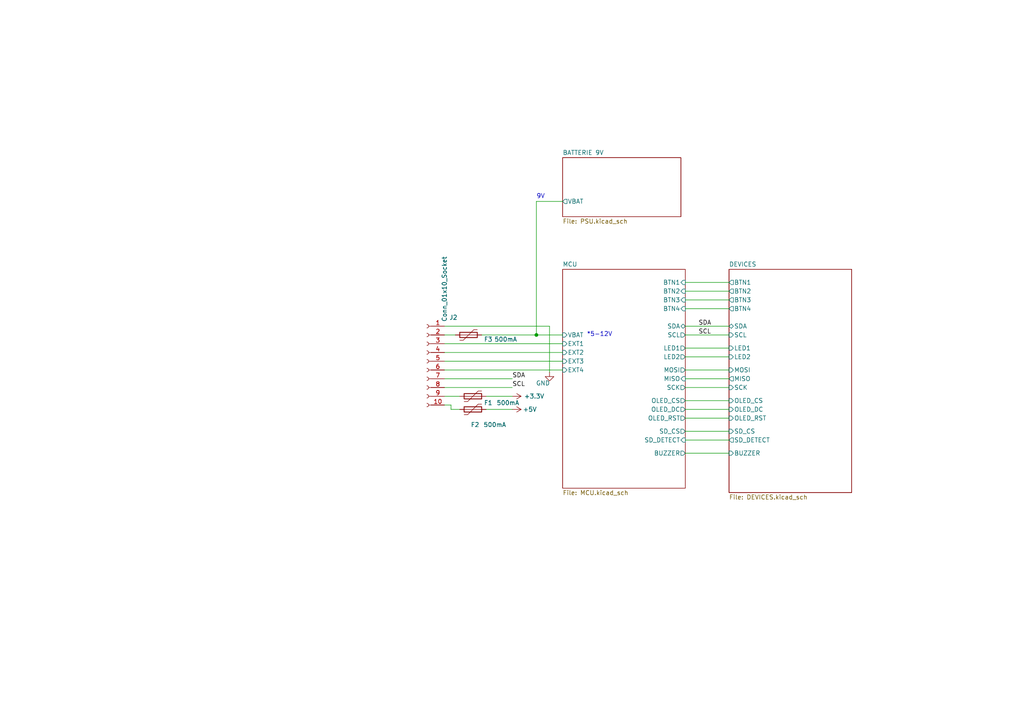
<source format=kicad_sch>
(kicad_sch (version 20250114) (generator "eeschema") (generator_version "9.0")
  (paper "A4")
  (title_block (title "Plateforme Portable AT") (date "2025-06-05") (rev "1.1") (company "IngRéadapt UL") (comment 1 "Autheur : Marc-Antoine Guay"))
  (lib_symbols
    (symbol "Connector:Conn_01x10_Socket" (pin_names (offset 1.016) (hide yes))
      (property "Reference" "J" (at 0 12.7 0))
      (property "Value" "Conn_01x10_Socket" (at 0 -15.24 0))
      (symbol "Conn_01x10_Socket_1_1"
        (polyline (pts (xy -1.27 10.16) (xy -0.508 10.16)) (stroke (width 0.1524)))
        (polyline (pts (xy -1.27 7.62) (xy -0.508 7.62)) (stroke (width 0.1524)))
        (polyline (pts (xy -1.27 5.08) (xy -0.508 5.08)) (stroke (width 0.1524)))
        (polyline (pts (xy -1.27 2.54) (xy -0.508 2.54)) (stroke (width 0.1524)))
        (polyline (pts (xy -1.27 0) (xy -0.508 0)) (stroke (width 0.1524)))
        (polyline (pts (xy -1.27 -2.54) (xy -0.508 -2.54)) (stroke (width 0.1524)))
        (polyline (pts (xy -1.27 -5.08) (xy -0.508 -5.08)) (stroke (width 0.1524)))
        (polyline (pts (xy -1.27 -7.62) (xy -0.508 -7.62)) (stroke (width 0.1524)))
        (polyline (pts (xy -1.27 -10.16) (xy -0.508 -10.16)) (stroke (width 0.1524)))
        (polyline (pts (xy -1.27 -12.7) (xy -0.508 -12.7)) (stroke (width 0.1524)))
        (arc (start 0 9.652) (mid -0.5058 10.16) (end 0 10.668) (stroke (width 0.1524)))
        (arc (start 0 7.112) (mid -0.5058 7.62) (end 0 8.128) (stroke (width 0.1524)))
        (arc (start 0 4.572) (mid -0.5058 5.08) (end 0 5.588) (stroke (width 0.1524)))
        (arc (start 0 2.032) (mid -0.5058 2.54) (end 0 3.048) (stroke (width 0.1524)))
        (arc (start 0 -0.508) (mid -0.5058 0) (end 0 0.508) (stroke (width 0.1524)))
        (arc (start 0 -3.048) (mid -0.5058 -2.54) (end 0 -2.032) (stroke (width 0.1524)))
        (arc (start 0 -5.588) (mid -0.5058 -5.08) (end 0 -4.572) (stroke (width 0.1524)))
        (arc (start 0 -8.128) (mid -0.5058 -7.62) (end 0 -7.112) (stroke (width 0.1524)))
        (arc (start 0 -10.668) (mid -0.5058 -10.16) (end 0 -9.652) (stroke (width 0.1524)))
        (arc (start 0 -13.208) (mid -0.5058 -12.7) (end 0 -12.192) (stroke (width 0.1524)))
        (pin passive line (at -5.08 10.16 0) (length 3.81) (name "Pin_1") (number "1"))
        (pin passive line (at -5.08 7.62 0) (length 3.81) (name "Pin_2") (number "2"))
        (pin passive line (at -5.08 5.08 0) (length 3.81) (name "Pin_3") (number "3"))
        (pin passive line (at -5.08 2.54 0) (length 3.81) (name "Pin_4") (number "4"))
        (pin passive line (at -5.08 0 0) (length 3.81) (name "Pin_5") (number "5"))
        (pin passive line (at -5.08 -2.54 0) (length 3.81) (name "Pin_6") (number "6"))
        (pin passive line (at -5.08 -5.08 0) (length 3.81) (name "Pin_7") (number "7"))
        (pin passive line (at -5.08 -7.62 0) (length 3.81) (name "Pin_8") (number "8"))
        (pin passive line (at -5.08 -10.16 0) (length 3.81) (name "Pin_9") (number "9"))
        (pin passive line (at -5.08 -12.7 0) (length 3.81) (name "Pin_10") (number "10"))
      )
    )
    (symbol "Device:Polyfuse" (pin_numbers (hide yes)) (pin_names (offset 0))
      (property "Reference" "F" (at -2.54 0 90))
      (property "Value" "Polyfuse" (at 2.54 0 90))
      (symbol "Polyfuse_0_1"
        (polyline (pts (xy -1.524 2.54) (xy -1.524 1.524) (xy 1.524 -1.524) (xy 1.524 -2.54)))
        (rectangle (start -0.762 2.54) (end 0.762 -2.54) (stroke (width 0.254)))
        (polyline (pts (xy 0 2.54) (xy 0 -2.54)))
      )
      (symbol "Polyfuse_1_1"
        (pin passive line (at 0 3.81 270) (length 1.27) (name "~") (number "1"))
        (pin passive line (at 0 -3.81 90) (length 1.27) (name "~") (number "2"))
      )
    )
    (symbol "power:+3.3V" (power) (pin_names (offset 0))
      (property "Value" "+3.3V" (at 0 3.556 0))
      (symbol "+3.3V_0_1"
        (polyline (pts (xy -0.762 1.27) (xy 0 2.54)))
        (polyline (pts (xy 0 2.54) (xy 0.762 1.27)))
        (polyline (pts (xy 0 0) (xy 0 2.54)))
      )
      (symbol "+3.3V_1_1"
        (pin power_in line (at 0 0 90) (length 0) (hide yes) (name "+3.3V") (number "1"))
      )
    )
    (symbol "power:+5V" (power) (pin_names (offset 0))
      (property "Value" "+5V" (at 0 3.556 0))
      (symbol "+5V_0_1"
        (polyline (pts (xy -0.762 1.27) (xy 0 2.54)))
        (polyline (pts (xy 0 2.54) (xy 0.762 1.27)))
        (polyline (pts (xy 0 0) (xy 0 2.54)))
      )
      (symbol "+5V_1_1"
        (pin power_in line (at 0 0 90) (length 0) (hide yes) (name "+5V") (number "1"))
      )
    )
    (symbol "power:GND" (power) (pin_names (offset 0))
      (property "Value" "GND" (at 0 -3.81 0))
      (symbol "GND_0_1"
        (polyline (pts (xy 0 0) (xy 0 -1.27) (xy 1.27 -1.27) (xy 0 -2.54) (xy -1.27 -1.27) (xy 0 -1.27)))
      )
      (symbol "GND_1_1"
        (pin power_in line (at 0 0 270) (length 0) (hide yes) (name "GND") (number "1"))
      )
    )
  )
  (text "*5-12V" (at 170.18 97.79 0) (effects (font (size 1.27 1.27)) (justify left bottom)))
  (text "9V\n" (at 155.575 57.785 0) (effects (font (size 1.27 1.27)) (justify left bottom)))
  (junction (at 155.575 97.155))
  (wire (pts (xy 198.755 125.095) (xy 211.455 125.095)))
  (wire (pts (xy 198.755 94.615) (xy 211.455 94.615)))
  (wire (pts (xy 159.385 94.615) (xy 159.385 107.95)))
  (wire (pts (xy 128.905 94.615) (xy 159.385 94.615)))
  (wire (pts (xy 139.7 97.155) (xy 155.575 97.155)))
  (wire (pts (xy 198.755 121.285) (xy 211.455 121.285)))
  (wire (pts (xy 128.905 104.775) (xy 163.195 104.775)))
  (wire (pts (xy 130.81 118.745) (xy 130.81 117.475)))
  (wire (pts (xy 128.905 112.395) (xy 148.59 112.395)))
  (wire (pts (xy 130.81 117.475) (xy 128.905 117.475)))
  (wire (pts (xy 140.97 118.745) (xy 148.59 118.745)))
  (wire (pts (xy 198.755 109.855) (xy 211.455 109.855)))
  (wire (pts (xy 198.755 97.155) (xy 211.455 97.155)))
  (wire (pts (xy 155.575 58.42) (xy 155.575 97.155)))
  (wire (pts (xy 128.905 114.935) (xy 133.35 114.935)))
  (wire (pts (xy 140.97 114.935) (xy 148.59 114.935)))
  (wire (pts (xy 198.755 131.445) (xy 211.455 131.445)))
  (wire (pts (xy 198.755 84.455) (xy 211.455 84.455)))
  (wire (pts (xy 128.905 102.235) (xy 163.195 102.235)))
  (wire (pts (xy 133.35 118.745) (xy 130.81 118.745)))
  (wire (pts (xy 128.905 107.315) (xy 163.195 107.315)))
  (wire (pts (xy 198.755 116.205) (xy 211.455 116.205)))
  (wire (pts (xy 198.755 118.745) (xy 211.455 118.745)))
  (wire (pts (xy 198.755 86.995) (xy 211.455 86.995)))
  (wire (pts (xy 198.755 127.635) (xy 211.455 127.635)))
  (wire (pts (xy 198.755 112.395) (xy 211.455 112.395)))
  (wire (pts (xy 198.755 89.535) (xy 211.455 89.535)))
  (wire (pts (xy 155.575 58.42) (xy 163.195 58.42)))
  (wire (pts (xy 128.905 97.155) (xy 132.08 97.155)))
  (wire (pts (xy 198.755 81.915) (xy 211.455 81.915)))
  (wire (pts (xy 155.575 97.155) (xy 163.195 97.155)))
  (wire (pts (xy 128.905 109.855) (xy 148.59 109.855)))
  (wire (pts (xy 128.905 99.695) (xy 163.195 99.695)))
  (wire (pts (xy 198.755 103.505) (xy 211.455 103.505)))
  (wire (pts (xy 198.755 100.965) (xy 211.455 100.965)))
  (wire (pts (xy 198.755 107.315) (xy 211.455 107.315)))
  (label "SDA" (at 202.565 94.615 0))
  (label "SDA" (at 148.59 109.855 0))
  (label "SCL" (at 202.565 97.155 0))
  (label "SCL" (at 148.59 112.395 0))
  (symbol (lib_id "Device:Polyfuse") (at 137.16 118.745 90) (unit 1)
    (property "Reference" "F2" (at 137.795 123.19 90))
    (property "Value" "500mA" (at 143.51 123.19 90))
    (property "Footprint" "Fuse:Fuse_0603_1608Metric" (effects (hide yes)))
    (property "LCSC" "C2844464" (effects (hide yes)))
  )
  (symbol (lib_id "Device:Polyfuse") (at 135.89 97.155 90) (unit 1)
    (property "Reference" "F3" (at 141.605 98.425 90))
    (property "Value" "500mA" (at 146.685 98.425 90))
    (property "Footprint" "Fuse:Fuse_0603_1608Metric" (effects (hide yes)))
    (property "LCSC" "C2844464" (effects (hide yes)))
  )
  (symbol (lib_id "power:+3.3V") (at 148.59 114.935 270) (unit 1)
    (property "Reference" "#PWR01" (effects (hide yes)))
    (property "Value" "+3.3V" (at 154.94 114.935 90))
  )
  (symbol (lib_id "Device:Polyfuse") (at 137.16 114.935 90) (unit 1)
    (property "Reference" "F1" (at 141.605 116.84 90))
    (property "Value" "500mA" (at 147.32 116.84 90))
    (property "Footprint" "Fuse:Fuse_0603_1608Metric" (effects (hide yes)))
    (property "LCSC" "C2844464" (effects (hide yes)))
  )
  (symbol (lib_id "power:GND") (at 159.385 107.95 0) (unit 1)
    (property "Reference" "#PWR03" (effects (hide yes)))
    (property "Value" "GND" (at 157.48 111.125 0))
  )
  (symbol (lib_id "power:+5V") (at 148.59 118.745 270) (unit 1)
    (property "Reference" "#PWR02" (effects (hide yes)))
    (property "Value" "+5V" (at 153.67 118.745 90))
  )
  (symbol (lib_id "Connector:Conn_01x10_Socket") (at 123.825 104.775 0) (mirror y) (unit 1)
    (property "Reference" "J2" (at 132.715 92.075 0) (effects (justify left)))
    (property "Value" "Conn_01x10_Socket" (at 128.905 93.345 90) (effects (justify left)))
    (property "Footprint" "Connector_PinSocket_2.54mm:PinSocket_1x10_P2.54mm_Vertical" (effects (hide yes)))
  )
  (sheet (at 163.195 45.72) (size 34.29 17.145) (stroke (width 0.1524))
    (property "Sheetname" "BATTERIE 9V" (at 163.195 45.0084 0) (effects (justify left bottom)))
    (property "Sheetfile" "PSU.kicad_sch" (at 163.195 63.4496 0) (effects (justify left top)))
    (pin "VBAT" output (at 163.195 58.42 180))
  )
  (sheet (at 163.195 78.105) (size 35.56 63.5) (stroke (width 0.1524))
    (property "Sheetname" "MCU" (at 163.195 77.3934 0) (effects (justify left bottom)))
    (property "Sheetfile" "MCU.kicad_sch" (at 163.195 142.1896 0) (effects (justify left top)))
    (pin "EXT1" input (at 163.195 99.695 180))
    (pin "EXT2" input (at 163.195 102.235 180))
    (pin "SCL" output (at 198.755 97.155 0))
    (pin "BTN2" input (at 198.755 84.455 0))
    (pin "SDA" bidirectional (at 198.755 94.615 0))
    (pin "BTN1" input (at 198.755 81.915 0))
    (pin "BTN4" input (at 198.755 89.535 0))
    (pin "SD_CS" output (at 198.755 125.095 0))
    (pin "SCK" output (at 198.755 112.395 0))
    (pin "MOSI" output (at 198.755 107.315 0))
    (pin "MISO" input (at 198.755 109.855 0))
    (pin "LED2" output (at 198.755 103.505 0))
    (pin "LED1" output (at 198.755 100.965 0))
    (pin "BTN3" input (at 198.755 86.995 0))
    (pin "BUZZER" output (at 198.755 131.445 0))
    (pin "OLED_DC" output (at 198.755 118.745 0))
    (pin "OLED_CS" output (at 198.755 116.205 0))
    (pin "OLED_RST" output (at 198.755 121.285 0))
    (pin "SD_DETECT" input (at 198.755 127.635 0))
    (pin "EXT3" input (at 163.195 104.775 180))
    (pin "EXT4" input (at 163.195 107.315 180))
    (pin "VBAT" input (at 163.195 97.155 180))
  )
  (sheet (at 211.455 78.105) (size 35.56 64.77) (stroke (width 0.1524))
    (property "Sheetname" "DEVICES" (at 211.455 77.3934 0) (effects (justify left bottom)))
    (property "Sheetfile" "DEVICES.kicad_sch" (at 211.455 143.4596 0) (effects (justify left top)))
    (pin "LED2" input (at 211.455 103.505 180))
    (pin "LED1" input (at 211.455 100.965 180))
    (pin "SDA" bidirectional (at 211.455 94.615 180))
    (pin "SD_CS" input (at 211.455 125.095 180))
    (pin "MISO" output (at 211.455 109.855 180))
    (pin "BTN1" output (at 211.455 81.915 180))
    (pin "BTN3" output (at 211.455 86.995 180))
    (pin "BTN4" output (at 211.455 89.535 180))
    (pin "BTN2" output (at 211.455 84.455 180))
    (pin "OLED_DC" input (at 211.455 118.745 180))
    (pin "MOSI" input (at 211.455 107.315 180))
    (pin "SCK" input (at 211.455 112.395 180))
    (pin "OLED_CS" input (at 211.455 116.205 180))
    (pin "SCL" input (at 211.455 97.155 180))
    (pin "OLED_RST" input (at 211.455 121.285 180))
    (pin "SD_DETECT" output (at 211.455 127.635 180))
    (pin "BUZZER" input (at 211.455 131.445 180))
  )
)
</source>
